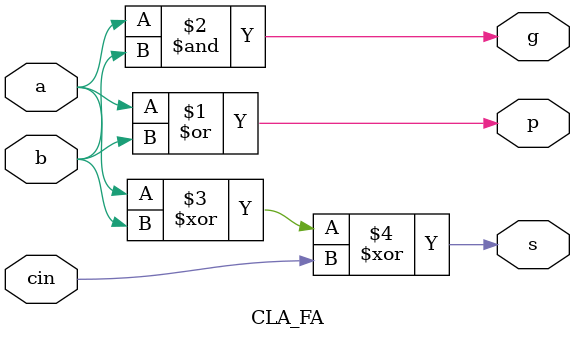
<source format=v>
module CLA_FA(
	input wire a, b, cin,
	output wire s, p, g
);

assign p = a | b;
assign g = a & b;
assign s = a ^ b ^ cin;




endmodule

</source>
